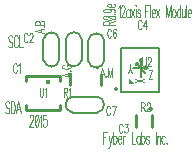
<source format=gto>
G04 DipTrace 2.4.0.2*
%INST12axis2.gto*%
%MOMM*%
%ADD10C,0.25*%
%ADD13C,0.152*%
%ADD24O,0.33X0.322*%
%ADD27O,0.377X0.312*%
%ADD31O,0.44X0.43*%
%ADD33O,0.377X0.337*%
%ADD56C,0.118*%
%ADD57C,0.111*%
%FSLAX53Y53*%
G04*
G71*
G90*
G75*
G01*
%LNTopSilk*%
%LPD*%
X16283Y17646D2*
D13*
G02X14933Y17646I-675J80D01*
G01*
Y19349D2*
G02X16283Y19349I675J-80D01*
G01*
X14933Y19387D2*
Y17609D1*
X16283Y19387D2*
Y17609D1*
X16824Y19364D2*
G02X18174Y19364I675J-80D01*
G01*
Y17662D2*
G02X16824Y17662I-675J80D01*
G01*
X18174Y17624D2*
Y19402D1*
X16824Y17624D2*
Y19402D1*
X18729Y19267D2*
G02X20079Y19267I675J-80D01*
G01*
Y17564D2*
G02X18729Y17564I-675J80D01*
G01*
X20079Y17526D2*
Y19304D1*
X18729Y17526D2*
Y19304D1*
X19818Y16395D2*
D10*
Y15495D1*
X17218Y16395D2*
Y15495D1*
D24*
X19586Y16956D3*
X24129Y12976D2*
D10*
Y11976D1*
X22729Y12976D2*
Y11976D1*
D27*
X24051Y13447D3*
X17397Y13157D2*
D13*
G02X17397Y14507I80J675D01*
G01*
X19472D2*
G02X19472Y13157I-80J-675D01*
G01*
X19434Y14507D2*
X17434D1*
X19434Y13157D2*
X17434D1*
D31*
X15321Y15775D3*
X16342Y15825D2*
D10*
Y16250D1*
X13491D1*
Y15825D1*
Y13824D2*
Y13399D1*
X16342D1*
Y13824D1*
D33*
X21094Y15151D3*
X21466Y14886D2*
D13*
X24709D1*
Y18636D1*
X21466D1*
Y14886D1*
G36*
X22186Y15610D2*
X22606D1*
X22186Y16056D1*
Y15860D1*
Y15610D1*
G37*
X22549Y16947D2*
D13*
X23778D1*
X23149Y16197D2*
Y17697D1*
X23569Y16497D2*
X22759Y17337D1*
X22729Y17367D2*
X22759Y17217D1*
X23749Y16947D2*
X23569Y17067D1*
Y16827D2*
X23749Y16947D1*
X23074Y17562D2*
X23164Y17742D1*
X23254Y17562D1*
X22729Y17367D2*
X22909Y17337D1*
X15018Y20266D2*
D56*
X14252Y20090D1*
X15018Y19915D1*
X14762Y19981D2*
Y20200D1*
X14944Y20429D2*
X14981Y20407D1*
X15018Y20429D1*
X14981Y20451D1*
X14944Y20429D1*
X14252Y20592D2*
X15018D1*
Y20789D1*
X14980Y20855D1*
X14944Y20876D1*
X14872Y20898D1*
X14762D1*
X14689Y20876D1*
X14653Y20855D1*
X14617Y20789D1*
X14580Y20855D1*
X14543Y20876D1*
X14471Y20898D1*
X14398D1*
X14325Y20876D1*
X14288Y20855D1*
X14252Y20789D1*
Y20592D1*
X14617D2*
Y20789D1*
X17239Y16546D2*
X16473Y16370D1*
X17239Y16195D1*
X16983Y16261D2*
Y16480D1*
X17165Y16709D2*
X17202Y16687D1*
X17239Y16709D1*
X17202Y16731D1*
X17165Y16709D1*
X16655Y17200D2*
X16582Y17178D1*
X16509Y17134D1*
X16473Y17091D1*
Y17003D1*
X16509Y16959D1*
X16582Y16916D1*
X16655Y16894D1*
X16764Y16872D1*
X16947D1*
X17056Y16894D1*
X17129Y16916D1*
X17202Y16959D1*
X17239Y17003D1*
Y17091D1*
X17202Y17134D1*
X17129Y17178D1*
X17056Y17200D1*
X16947D1*
Y17091D1*
X20102Y16197D2*
X19927Y16962D1*
X19752Y16197D1*
X19818Y16452D2*
X20036D1*
X20265Y16270D2*
X20243Y16233D1*
X20265Y16197D1*
X20287Y16233D1*
X20265Y16270D1*
X20778Y16197D2*
Y16962D1*
X20603Y16197D1*
X20428Y16962D1*
Y16197D1*
X12678Y17130D2*
X12656Y17203D1*
X12612Y17276D1*
X12569Y17312D1*
X12481D1*
X12437Y17276D1*
X12394Y17203D1*
X12371Y17130D1*
X12350Y17021D1*
Y16838D1*
X12371Y16729D1*
X12394Y16656D1*
X12437Y16583D1*
X12481Y16546D1*
X12569D1*
X12612Y16583D1*
X12656Y16656D1*
X12678Y16729D1*
X12819Y17166D2*
X12863Y17203D1*
X12929Y17311D1*
Y16546D1*
X13582Y19714D2*
X13561Y19787D1*
X13517Y19860D1*
X13473Y19896D1*
X13386D1*
X13342Y19860D1*
X13298Y19787D1*
X13276Y19714D1*
X13254Y19605D1*
Y19422D1*
X13276Y19313D1*
X13298Y19240D1*
X13342Y19168D1*
X13386Y19131D1*
X13473D1*
X13517Y19168D1*
X13561Y19240D1*
X13582Y19313D1*
X13746Y19713D2*
Y19750D1*
X13767Y19823D1*
X13789Y19859D1*
X13833Y19895D1*
X13921D1*
X13964Y19859D1*
X13986Y19823D1*
X14008Y19750D1*
Y19677D1*
X13986Y19604D1*
X13942Y19495D1*
X13723Y19131D1*
X14030D1*
X21630Y12046D2*
X21608Y12119D1*
X21564Y12192D1*
X21520Y12228D1*
X21433D1*
X21389Y12192D1*
X21346Y12119D1*
X21323Y12046D1*
X21302Y11937D1*
Y11754D1*
X21323Y11646D1*
X21346Y11572D1*
X21389Y11500D1*
X21433Y11463D1*
X21520D1*
X21564Y11500D1*
X21608Y11572D1*
X21630Y11646D1*
X21815Y12228D2*
X22055D1*
X21924Y11936D1*
X21990D1*
X22033Y11900D1*
X22055Y11864D1*
X22077Y11754D1*
Y11682D1*
X22055Y11572D1*
X22011Y11499D1*
X21946Y11463D1*
X21880D1*
X21815Y11499D1*
X21793Y11536D1*
X21771Y11608D1*
X23254Y20806D2*
X23232Y20879D1*
X23188Y20952D1*
X23145Y20988D1*
X23057D1*
X23013Y20952D1*
X22970Y20879D1*
X22948Y20806D1*
X22926Y20697D1*
Y20514D1*
X22948Y20405D1*
X22970Y20332D1*
X23013Y20260D1*
X23057Y20223D1*
X23145D1*
X23188Y20260D1*
X23232Y20332D1*
X23254Y20405D1*
X23614Y20223D2*
Y20987D1*
X23395Y20478D1*
X23723D1*
X20671Y20074D2*
X20649Y20147D1*
X20605Y20220D1*
X20562Y20256D1*
X20474D1*
X20430Y20220D1*
X20387Y20147D1*
X20365Y20074D1*
X20343Y19965D1*
Y19782D1*
X20365Y19673D1*
X20387Y19600D1*
X20430Y19527D1*
X20474Y19490D1*
X20562D1*
X20605Y19527D1*
X20649Y19600D1*
X20671Y19673D1*
X21074Y20147D2*
X21053Y20219D1*
X20987Y20255D1*
X20943D1*
X20878Y20219D1*
X20834Y20109D1*
X20812Y19928D1*
Y19746D1*
X20834Y19600D1*
X20878Y19527D1*
X20943Y19490D1*
X20965D1*
X21030Y19527D1*
X21074Y19600D1*
X21096Y19709D1*
Y19746D1*
X21074Y19855D1*
X21030Y19928D1*
X20965Y19964D1*
X20943D1*
X20878Y19928D1*
X20834Y19855D1*
X20812Y19746D1*
X20586Y13528D2*
X20564Y13601D1*
X20520Y13674D1*
X20477Y13710D1*
X20389D1*
X20345Y13674D1*
X20302Y13601D1*
X20279Y13528D1*
X20258Y13419D1*
Y13236D1*
X20279Y13127D1*
X20302Y13054D1*
X20345Y12982D1*
X20389Y12945D1*
X20477D1*
X20520Y12982D1*
X20564Y13054D1*
X20586Y13127D1*
X20814Y12945D2*
X21033Y13710D1*
X20727D1*
X16644Y14885D2*
X16841D1*
X16907Y14922D1*
X16929Y14958D1*
X16951Y15031D1*
Y15104D1*
X16929Y15176D1*
X16907Y15213D1*
X16841Y15250D1*
X16644D1*
Y14484D1*
X16797Y14885D2*
X16951Y14484D1*
X17092Y15103D2*
X17136Y15140D1*
X17201Y15249D1*
Y14484D1*
X23201Y13649D2*
X23398D1*
X23464Y13686D1*
X23486Y13723D1*
X23507Y13795D1*
Y13868D1*
X23486Y13941D1*
X23464Y13978D1*
X23398Y14014D1*
X23201D1*
Y13248D1*
X23354Y13649D2*
X23507Y13248D1*
X23671Y13831D2*
Y13867D1*
X23693Y13941D1*
X23714Y13977D1*
X23758Y14013D1*
X23846D1*
X23889Y13977D1*
X23911Y13941D1*
X23933Y13867D1*
Y13795D1*
X23911Y13722D1*
X23867Y13613D1*
X23649Y13248D1*
X23955D1*
X14602Y15266D2*
Y14720D1*
X14624Y14610D1*
X14668Y14538D1*
X14734Y14501D1*
X14777D1*
X14843Y14538D1*
X14887Y14610D1*
X14909Y14720D1*
Y15266D1*
X15050Y15120D2*
X15094Y15157D1*
X15159Y15266D1*
Y14501D1*
X23292Y17862D2*
Y17315D1*
X23314Y17206D1*
X23358Y17133D1*
X23423Y17096D1*
X23467D1*
X23532Y17133D1*
X23576Y17206D1*
X23598Y17315D1*
Y17862D1*
X23762Y17679D2*
Y17715D1*
X23783Y17788D1*
X23805Y17825D1*
X23849Y17861D1*
X23936D1*
X23980Y17825D1*
X24002Y17788D1*
X24024Y17715D1*
Y17643D1*
X24002Y17569D1*
X23958Y17461D1*
X23739Y17096D1*
X24046D1*
X21250Y22037D2*
D57*
X21299Y22086D1*
X21372Y22231D1*
Y21211D1*
X21508Y21988D2*
Y22037D1*
X21532Y22134D1*
X21556Y22183D1*
X21605Y22231D1*
X21702D1*
X21750Y22183D1*
X21774Y22134D1*
X21799Y22037D1*
Y21940D1*
X21774Y21842D1*
X21726Y21697D1*
X21483Y21211D1*
X21823D1*
X22226Y21892D2*
Y21211D1*
Y21746D2*
X22177Y21843D1*
X22129Y21892D1*
X22056D1*
X22007Y21843D1*
X21959Y21746D1*
X21934Y21600D1*
Y21503D1*
X21959Y21357D1*
X22007Y21261D1*
X22056Y21211D1*
X22129D1*
X22177Y21261D1*
X22226Y21357D1*
X22337Y21892D2*
X22604Y21211D1*
Y21892D2*
X22337Y21211D1*
X22715Y22232D2*
X22739Y22184D1*
X22764Y22232D1*
X22739Y22281D1*
X22715Y22232D1*
X22739Y21892D2*
Y21211D1*
X23143Y21746D2*
X23118Y21843D1*
X23045Y21892D1*
X22972D1*
X22899Y21843D1*
X22875Y21746D1*
X22899Y21649D1*
X22948Y21600D1*
X23070Y21551D1*
X23118Y21503D1*
X23143Y21405D1*
Y21357D1*
X23118Y21261D1*
X23045Y21211D1*
X22972D1*
X22899Y21261D1*
X22875Y21357D1*
X23860Y22236D2*
X23544D1*
Y21215D1*
Y21749D2*
X23738D1*
X23971Y22236D2*
Y21215D1*
X24082Y21603D2*
X24374D1*
Y21701D1*
X24350Y21799D1*
X24325Y21847D1*
X24277Y21895D1*
X24204D1*
X24155Y21847D1*
X24106Y21749D1*
X24082Y21603D1*
Y21507D1*
X24106Y21361D1*
X24155Y21264D1*
X24204Y21215D1*
X24277D1*
X24325Y21264D1*
X24374Y21361D1*
X24485Y21895D2*
X24752Y21215D1*
Y21895D2*
X24485Y21215D1*
X25700D2*
Y22236D1*
X25506Y21215D1*
X25311Y22236D1*
Y21215D1*
X25932Y21895D2*
X25884Y21847D1*
X25835Y21749D1*
X25811Y21603D1*
Y21507D1*
X25835Y21361D1*
X25884Y21264D1*
X25932Y21215D1*
X26005D1*
X26054Y21264D1*
X26102Y21361D1*
X26127Y21507D1*
Y21603D1*
X26102Y21749D1*
X26054Y21847D1*
X26005Y21895D1*
X25932D1*
X26530Y22236D2*
Y21215D1*
Y21749D2*
X26481Y21847D1*
X26433Y21895D1*
X26360D1*
X26311Y21847D1*
X26262Y21749D1*
X26238Y21603D1*
Y21507D1*
X26262Y21361D1*
X26311Y21264D1*
X26360Y21215D1*
X26433D1*
X26481Y21264D1*
X26530Y21361D1*
X26641Y21895D2*
Y21409D1*
X26665Y21264D1*
X26714Y21215D1*
X26787D1*
X26835Y21264D1*
X26908Y21409D1*
Y21895D2*
Y21215D1*
X27019Y22236D2*
Y21215D1*
X27130Y21603D2*
X27422D1*
Y21701D1*
X27398Y21799D1*
X27373Y21847D1*
X27325Y21895D1*
X27252D1*
X27203Y21847D1*
X27154Y21749D1*
X27130Y21603D1*
Y21507D1*
X27154Y21361D1*
X27203Y21264D1*
X27252Y21215D1*
X27325D1*
X27373Y21264D1*
X27422Y21361D1*
X20305Y11542D2*
X19988D1*
Y10521D1*
Y11056D2*
X20183D1*
X20440Y11202D2*
X20586Y10521D1*
X20538Y10327D1*
X20489Y10229D1*
X20440Y10181D1*
X20416D1*
X20732Y11202D2*
X20586Y10521D1*
X20843Y11542D2*
Y10521D1*
Y11056D2*
X20892Y11154D1*
X20940Y11202D1*
X21013D1*
X21061Y11154D1*
X21110Y11056D1*
X21134Y10910D1*
Y10813D1*
X21110Y10667D1*
X21061Y10571D1*
X21013Y10521D1*
X20940D1*
X20892Y10571D1*
X20843Y10667D1*
X21246Y10910D2*
X21537D1*
Y11008D1*
X21513Y11105D1*
X21489Y11154D1*
X21440Y11202D1*
X21367D1*
X21319Y11154D1*
X21270Y11056D1*
X21246Y10910D1*
Y10813D1*
X21270Y10667D1*
X21319Y10571D1*
X21367Y10521D1*
X21440D1*
X21489Y10571D1*
X21537Y10667D1*
X21648Y11202D2*
Y10521D1*
Y10910D2*
X21673Y11056D1*
X21721Y11154D1*
X21770Y11202D1*
X21843D1*
X22402Y11542D2*
Y10521D1*
X22694D1*
X23096Y11202D2*
Y10521D1*
Y11056D2*
X23048Y11154D1*
X22999Y11202D1*
X22927D1*
X22878Y11154D1*
X22829Y11056D1*
X22805Y10910D1*
Y10813D1*
X22829Y10667D1*
X22878Y10571D1*
X22927Y10521D1*
X22999D1*
X23048Y10571D1*
X23096Y10667D1*
X23207Y11542D2*
Y10521D1*
Y11056D2*
X23256Y11154D1*
X23304Y11202D1*
X23377D1*
X23426Y11154D1*
X23474Y11056D1*
X23499Y10910D1*
Y10813D1*
X23474Y10667D1*
X23426Y10571D1*
X23377Y10521D1*
X23304D1*
X23256Y10571D1*
X23207Y10667D1*
X23877Y11056D2*
X23853Y11154D1*
X23780Y11202D1*
X23707D1*
X23634Y11154D1*
X23610Y11056D1*
X23634Y10959D1*
X23683Y10910D1*
X23804Y10862D1*
X23853Y10813D1*
X23877Y10716D1*
Y10667D1*
X23853Y10571D1*
X23780Y10521D1*
X23707D1*
X23634Y10571D1*
X23610Y10667D1*
X24436Y11542D2*
Y10521D1*
X24547Y11202D2*
Y10521D1*
Y11008D2*
X24620Y11154D1*
X24669Y11202D1*
X24742D1*
X24790Y11154D1*
X24815Y11008D1*
Y10521D1*
X25218Y11056D2*
X25169Y11154D1*
X25120Y11202D1*
X25048D1*
X24999Y11154D1*
X24950Y11056D1*
X24926Y10910D1*
Y10813D1*
X24950Y10667D1*
X24999Y10571D1*
X25048Y10521D1*
X25120D1*
X25169Y10571D1*
X25218Y10667D1*
X25353Y10619D2*
X25329Y10570D1*
X25353Y10521D1*
X25378Y10570D1*
X25353Y10619D1*
X13763Y12746D2*
Y12794D1*
X13788Y12892D1*
X13812Y12940D1*
X13861Y12988D1*
X13958D1*
X14006Y12940D1*
X14030Y12892D1*
X14055Y12794D1*
Y12697D1*
X14030Y12600D1*
X13982Y12455D1*
X13739Y11969D1*
X14079D1*
X14336Y12988D2*
X14263Y12940D1*
X14214Y12794D1*
X14190Y12551D1*
Y12405D1*
X14214Y12163D1*
X14263Y12017D1*
X14336Y11969D1*
X14384D1*
X14457Y12017D1*
X14506Y12163D1*
X14530Y12405D1*
Y12551D1*
X14506Y12794D1*
X14457Y12940D1*
X14384Y12988D1*
X14336D1*
X14506Y12794D2*
X14214Y12163D1*
X14642Y12794D2*
X14690Y12843D1*
X14763Y12988D1*
Y11969D1*
X15166Y12988D2*
X14923D1*
X14899Y12551D1*
X14923Y12600D1*
X14996Y12649D1*
X15069D1*
X15142Y12600D1*
X15191Y12503D1*
X15215Y12357D1*
Y12261D1*
X15191Y12115D1*
X15142Y12017D1*
X15069Y11969D1*
X14996D1*
X14923Y12017D1*
X14899Y12066D1*
X14874Y12163D1*
X20492Y20574D2*
Y20793D1*
X20442Y20866D1*
X20394Y20890D1*
X20297Y20914D1*
X20200D1*
X20103Y20890D1*
X20054Y20866D1*
X20005Y20793D1*
Y20574D1*
X21026D1*
X20492Y20744D2*
X21026Y20914D1*
X20006Y21171D2*
X20055Y21098D1*
X20201Y21050D1*
X20443Y21025D1*
X20589D1*
X20832Y21050D1*
X20978Y21098D1*
X21026Y21171D1*
Y21220D1*
X20978Y21293D1*
X20832Y21341D1*
X20589Y21366D1*
X20443D1*
X20201Y21341D1*
X20055Y21293D1*
X20006Y21220D1*
Y21171D1*
X20201Y21341D2*
X20832Y21050D1*
X20928Y21501D2*
X20978Y21477D1*
X21026Y21501D1*
X20978Y21526D1*
X20928Y21501D1*
X20346Y21953D2*
X20492Y21928D1*
X20589Y21880D1*
X20638Y21807D1*
Y21783D1*
X20589Y21710D1*
X20492Y21662D1*
X20346Y21637D1*
X20297D1*
X20151Y21662D1*
X20055Y21710D1*
X20006Y21783D1*
Y21807D1*
X20055Y21880D1*
X20151Y21928D1*
X20346Y21953D1*
X20589D1*
X20832Y21928D1*
X20978Y21880D1*
X21026Y21807D1*
Y21759D1*
X20978Y21686D1*
X20880Y21662D1*
X20638Y22064D2*
Y22356D1*
X20540D1*
X20442Y22331D1*
X20394Y22307D1*
X20346Y22258D1*
Y22185D1*
X20394Y22137D1*
X20492Y22088D1*
X20638Y22064D1*
X20734D1*
X20880Y22088D1*
X20977Y22137D1*
X21026Y22185D1*
Y22258D1*
X20977Y22307D1*
X20880Y22356D1*
X12298Y19542D2*
X12250Y19639D1*
X12177Y19688D1*
X12080D1*
X12007Y19639D1*
X11958Y19542D1*
Y19445D1*
X11982Y19347D1*
X12007Y19299D1*
X12055Y19251D1*
X12201Y19153D1*
X12250Y19105D1*
X12274Y19055D1*
X12298Y18959D1*
Y18813D1*
X12250Y18716D1*
X12177Y18667D1*
X12080D1*
X12007Y18716D1*
X11958Y18813D1*
X12774Y19445D2*
X12749Y19542D1*
X12701Y19639D1*
X12652Y19688D1*
X12555D1*
X12506Y19639D1*
X12458Y19542D1*
X12433Y19445D1*
X12409Y19299D1*
Y19055D1*
X12433Y18911D1*
X12458Y18813D1*
X12506Y18716D1*
X12555Y18667D1*
X12652D1*
X12701Y18716D1*
X12749Y18813D1*
X12774Y18911D1*
X12885Y19688D2*
Y18667D1*
X13176D1*
X12045Y13955D2*
X11997Y14053D1*
X11924Y14101D1*
X11826D1*
X11753Y14053D1*
X11705Y13955D1*
Y13859D1*
X11729Y13761D1*
X11753Y13713D1*
X11802Y13664D1*
X11948Y13567D1*
X11997Y13518D1*
X12021Y13469D1*
X12045Y13372D1*
Y13226D1*
X11997Y13130D1*
X11924Y13080D1*
X11826D1*
X11753Y13130D1*
X11705Y13226D1*
X12156Y14101D2*
Y13080D1*
X12326D1*
X12399Y13130D1*
X12448Y13226D1*
X12472Y13324D1*
X12496Y13469D1*
Y13713D1*
X12472Y13859D1*
X12448Y13955D1*
X12399Y14053D1*
X12326Y14101D1*
X12156D1*
X12997Y13080D2*
X12802Y14101D1*
X12607Y13080D1*
X12680Y13421D2*
X12924D1*
X22717Y15776D2*
D56*
X23483Y16031D1*
X22717D2*
X23483Y15776D1*
X22406Y16513D2*
X22261Y16877D1*
Y17278D1*
X22115Y16513D2*
X22261Y16877D1*
X24099Y15985D2*
X23843D1*
X24099Y16750D1*
X23843D1*
M02*

</source>
